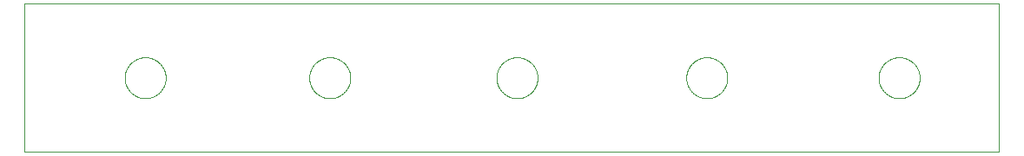
<source format=gko>
G75*
%MOIN*%
%OFA0B0*%
%FSLAX25Y25*%
%IPPOS*%
%LPD*%
%AMOC8*
5,1,8,0,0,1.08239X$1,22.5*
%
%ADD10C,0.00197*%
%ADD11C,0.00000*%
D10*
X0001113Y0018936D02*
X0375129Y0018936D01*
X0375129Y0076022D01*
X0001113Y0076022D01*
X0001113Y0018936D01*
D11*
X0039498Y0047479D02*
X0039500Y0047672D01*
X0039507Y0047865D01*
X0039519Y0048058D01*
X0039536Y0048251D01*
X0039557Y0048443D01*
X0039583Y0048635D01*
X0039614Y0048825D01*
X0039649Y0049015D01*
X0039689Y0049204D01*
X0039734Y0049392D01*
X0039783Y0049579D01*
X0039837Y0049765D01*
X0039895Y0049949D01*
X0039958Y0050132D01*
X0040026Y0050313D01*
X0040097Y0050493D01*
X0040174Y0050670D01*
X0040254Y0050846D01*
X0040339Y0051020D01*
X0040428Y0051191D01*
X0040521Y0051361D01*
X0040618Y0051528D01*
X0040720Y0051692D01*
X0040825Y0051854D01*
X0040935Y0052013D01*
X0041048Y0052170D01*
X0041165Y0052324D01*
X0041286Y0052475D01*
X0041410Y0052623D01*
X0041538Y0052768D01*
X0041670Y0052909D01*
X0041805Y0053047D01*
X0041943Y0053182D01*
X0042084Y0053314D01*
X0042229Y0053442D01*
X0042377Y0053566D01*
X0042528Y0053687D01*
X0042682Y0053804D01*
X0042839Y0053917D01*
X0042998Y0054027D01*
X0043160Y0054132D01*
X0043324Y0054234D01*
X0043491Y0054331D01*
X0043661Y0054424D01*
X0043832Y0054513D01*
X0044006Y0054598D01*
X0044182Y0054678D01*
X0044359Y0054755D01*
X0044539Y0054826D01*
X0044720Y0054894D01*
X0044903Y0054957D01*
X0045087Y0055015D01*
X0045273Y0055069D01*
X0045460Y0055118D01*
X0045648Y0055163D01*
X0045837Y0055203D01*
X0046027Y0055238D01*
X0046217Y0055269D01*
X0046409Y0055295D01*
X0046601Y0055316D01*
X0046794Y0055333D01*
X0046987Y0055345D01*
X0047180Y0055352D01*
X0047373Y0055354D01*
X0047566Y0055352D01*
X0047759Y0055345D01*
X0047952Y0055333D01*
X0048145Y0055316D01*
X0048337Y0055295D01*
X0048529Y0055269D01*
X0048719Y0055238D01*
X0048909Y0055203D01*
X0049098Y0055163D01*
X0049286Y0055118D01*
X0049473Y0055069D01*
X0049659Y0055015D01*
X0049843Y0054957D01*
X0050026Y0054894D01*
X0050207Y0054826D01*
X0050387Y0054755D01*
X0050564Y0054678D01*
X0050740Y0054598D01*
X0050914Y0054513D01*
X0051085Y0054424D01*
X0051255Y0054331D01*
X0051422Y0054234D01*
X0051586Y0054132D01*
X0051748Y0054027D01*
X0051907Y0053917D01*
X0052064Y0053804D01*
X0052218Y0053687D01*
X0052369Y0053566D01*
X0052517Y0053442D01*
X0052662Y0053314D01*
X0052803Y0053182D01*
X0052941Y0053047D01*
X0053076Y0052909D01*
X0053208Y0052768D01*
X0053336Y0052623D01*
X0053460Y0052475D01*
X0053581Y0052324D01*
X0053698Y0052170D01*
X0053811Y0052013D01*
X0053921Y0051854D01*
X0054026Y0051692D01*
X0054128Y0051528D01*
X0054225Y0051361D01*
X0054318Y0051191D01*
X0054407Y0051020D01*
X0054492Y0050846D01*
X0054572Y0050670D01*
X0054649Y0050493D01*
X0054720Y0050313D01*
X0054788Y0050132D01*
X0054851Y0049949D01*
X0054909Y0049765D01*
X0054963Y0049579D01*
X0055012Y0049392D01*
X0055057Y0049204D01*
X0055097Y0049015D01*
X0055132Y0048825D01*
X0055163Y0048635D01*
X0055189Y0048443D01*
X0055210Y0048251D01*
X0055227Y0048058D01*
X0055239Y0047865D01*
X0055246Y0047672D01*
X0055248Y0047479D01*
X0055246Y0047286D01*
X0055239Y0047093D01*
X0055227Y0046900D01*
X0055210Y0046707D01*
X0055189Y0046515D01*
X0055163Y0046323D01*
X0055132Y0046133D01*
X0055097Y0045943D01*
X0055057Y0045754D01*
X0055012Y0045566D01*
X0054963Y0045379D01*
X0054909Y0045193D01*
X0054851Y0045009D01*
X0054788Y0044826D01*
X0054720Y0044645D01*
X0054649Y0044465D01*
X0054572Y0044288D01*
X0054492Y0044112D01*
X0054407Y0043938D01*
X0054318Y0043767D01*
X0054225Y0043597D01*
X0054128Y0043430D01*
X0054026Y0043266D01*
X0053921Y0043104D01*
X0053811Y0042945D01*
X0053698Y0042788D01*
X0053581Y0042634D01*
X0053460Y0042483D01*
X0053336Y0042335D01*
X0053208Y0042190D01*
X0053076Y0042049D01*
X0052941Y0041911D01*
X0052803Y0041776D01*
X0052662Y0041644D01*
X0052517Y0041516D01*
X0052369Y0041392D01*
X0052218Y0041271D01*
X0052064Y0041154D01*
X0051907Y0041041D01*
X0051748Y0040931D01*
X0051586Y0040826D01*
X0051422Y0040724D01*
X0051255Y0040627D01*
X0051085Y0040534D01*
X0050914Y0040445D01*
X0050740Y0040360D01*
X0050564Y0040280D01*
X0050387Y0040203D01*
X0050207Y0040132D01*
X0050026Y0040064D01*
X0049843Y0040001D01*
X0049659Y0039943D01*
X0049473Y0039889D01*
X0049286Y0039840D01*
X0049098Y0039795D01*
X0048909Y0039755D01*
X0048719Y0039720D01*
X0048529Y0039689D01*
X0048337Y0039663D01*
X0048145Y0039642D01*
X0047952Y0039625D01*
X0047759Y0039613D01*
X0047566Y0039606D01*
X0047373Y0039604D01*
X0047180Y0039606D01*
X0046987Y0039613D01*
X0046794Y0039625D01*
X0046601Y0039642D01*
X0046409Y0039663D01*
X0046217Y0039689D01*
X0046027Y0039720D01*
X0045837Y0039755D01*
X0045648Y0039795D01*
X0045460Y0039840D01*
X0045273Y0039889D01*
X0045087Y0039943D01*
X0044903Y0040001D01*
X0044720Y0040064D01*
X0044539Y0040132D01*
X0044359Y0040203D01*
X0044182Y0040280D01*
X0044006Y0040360D01*
X0043832Y0040445D01*
X0043661Y0040534D01*
X0043491Y0040627D01*
X0043324Y0040724D01*
X0043160Y0040826D01*
X0042998Y0040931D01*
X0042839Y0041041D01*
X0042682Y0041154D01*
X0042528Y0041271D01*
X0042377Y0041392D01*
X0042229Y0041516D01*
X0042084Y0041644D01*
X0041943Y0041776D01*
X0041805Y0041911D01*
X0041670Y0042049D01*
X0041538Y0042190D01*
X0041410Y0042335D01*
X0041286Y0042483D01*
X0041165Y0042634D01*
X0041048Y0042788D01*
X0040935Y0042945D01*
X0040825Y0043104D01*
X0040720Y0043266D01*
X0040618Y0043430D01*
X0040521Y0043597D01*
X0040428Y0043767D01*
X0040339Y0043938D01*
X0040254Y0044112D01*
X0040174Y0044288D01*
X0040097Y0044465D01*
X0040026Y0044645D01*
X0039958Y0044826D01*
X0039895Y0045009D01*
X0039837Y0045193D01*
X0039783Y0045379D01*
X0039734Y0045566D01*
X0039689Y0045754D01*
X0039649Y0045943D01*
X0039614Y0046133D01*
X0039583Y0046323D01*
X0039557Y0046515D01*
X0039536Y0046707D01*
X0039519Y0046900D01*
X0039507Y0047093D01*
X0039500Y0047286D01*
X0039498Y0047479D01*
X0110364Y0047479D02*
X0110366Y0047672D01*
X0110373Y0047865D01*
X0110385Y0048058D01*
X0110402Y0048251D01*
X0110423Y0048443D01*
X0110449Y0048635D01*
X0110480Y0048825D01*
X0110515Y0049015D01*
X0110555Y0049204D01*
X0110600Y0049392D01*
X0110649Y0049579D01*
X0110703Y0049765D01*
X0110761Y0049949D01*
X0110824Y0050132D01*
X0110892Y0050313D01*
X0110963Y0050493D01*
X0111040Y0050670D01*
X0111120Y0050846D01*
X0111205Y0051020D01*
X0111294Y0051191D01*
X0111387Y0051361D01*
X0111484Y0051528D01*
X0111586Y0051692D01*
X0111691Y0051854D01*
X0111801Y0052013D01*
X0111914Y0052170D01*
X0112031Y0052324D01*
X0112152Y0052475D01*
X0112276Y0052623D01*
X0112404Y0052768D01*
X0112536Y0052909D01*
X0112671Y0053047D01*
X0112809Y0053182D01*
X0112950Y0053314D01*
X0113095Y0053442D01*
X0113243Y0053566D01*
X0113394Y0053687D01*
X0113548Y0053804D01*
X0113705Y0053917D01*
X0113864Y0054027D01*
X0114026Y0054132D01*
X0114190Y0054234D01*
X0114357Y0054331D01*
X0114527Y0054424D01*
X0114698Y0054513D01*
X0114872Y0054598D01*
X0115048Y0054678D01*
X0115225Y0054755D01*
X0115405Y0054826D01*
X0115586Y0054894D01*
X0115769Y0054957D01*
X0115953Y0055015D01*
X0116139Y0055069D01*
X0116326Y0055118D01*
X0116514Y0055163D01*
X0116703Y0055203D01*
X0116893Y0055238D01*
X0117083Y0055269D01*
X0117275Y0055295D01*
X0117467Y0055316D01*
X0117660Y0055333D01*
X0117853Y0055345D01*
X0118046Y0055352D01*
X0118239Y0055354D01*
X0118432Y0055352D01*
X0118625Y0055345D01*
X0118818Y0055333D01*
X0119011Y0055316D01*
X0119203Y0055295D01*
X0119395Y0055269D01*
X0119585Y0055238D01*
X0119775Y0055203D01*
X0119964Y0055163D01*
X0120152Y0055118D01*
X0120339Y0055069D01*
X0120525Y0055015D01*
X0120709Y0054957D01*
X0120892Y0054894D01*
X0121073Y0054826D01*
X0121253Y0054755D01*
X0121430Y0054678D01*
X0121606Y0054598D01*
X0121780Y0054513D01*
X0121951Y0054424D01*
X0122121Y0054331D01*
X0122288Y0054234D01*
X0122452Y0054132D01*
X0122614Y0054027D01*
X0122773Y0053917D01*
X0122930Y0053804D01*
X0123084Y0053687D01*
X0123235Y0053566D01*
X0123383Y0053442D01*
X0123528Y0053314D01*
X0123669Y0053182D01*
X0123807Y0053047D01*
X0123942Y0052909D01*
X0124074Y0052768D01*
X0124202Y0052623D01*
X0124326Y0052475D01*
X0124447Y0052324D01*
X0124564Y0052170D01*
X0124677Y0052013D01*
X0124787Y0051854D01*
X0124892Y0051692D01*
X0124994Y0051528D01*
X0125091Y0051361D01*
X0125184Y0051191D01*
X0125273Y0051020D01*
X0125358Y0050846D01*
X0125438Y0050670D01*
X0125515Y0050493D01*
X0125586Y0050313D01*
X0125654Y0050132D01*
X0125717Y0049949D01*
X0125775Y0049765D01*
X0125829Y0049579D01*
X0125878Y0049392D01*
X0125923Y0049204D01*
X0125963Y0049015D01*
X0125998Y0048825D01*
X0126029Y0048635D01*
X0126055Y0048443D01*
X0126076Y0048251D01*
X0126093Y0048058D01*
X0126105Y0047865D01*
X0126112Y0047672D01*
X0126114Y0047479D01*
X0126112Y0047286D01*
X0126105Y0047093D01*
X0126093Y0046900D01*
X0126076Y0046707D01*
X0126055Y0046515D01*
X0126029Y0046323D01*
X0125998Y0046133D01*
X0125963Y0045943D01*
X0125923Y0045754D01*
X0125878Y0045566D01*
X0125829Y0045379D01*
X0125775Y0045193D01*
X0125717Y0045009D01*
X0125654Y0044826D01*
X0125586Y0044645D01*
X0125515Y0044465D01*
X0125438Y0044288D01*
X0125358Y0044112D01*
X0125273Y0043938D01*
X0125184Y0043767D01*
X0125091Y0043597D01*
X0124994Y0043430D01*
X0124892Y0043266D01*
X0124787Y0043104D01*
X0124677Y0042945D01*
X0124564Y0042788D01*
X0124447Y0042634D01*
X0124326Y0042483D01*
X0124202Y0042335D01*
X0124074Y0042190D01*
X0123942Y0042049D01*
X0123807Y0041911D01*
X0123669Y0041776D01*
X0123528Y0041644D01*
X0123383Y0041516D01*
X0123235Y0041392D01*
X0123084Y0041271D01*
X0122930Y0041154D01*
X0122773Y0041041D01*
X0122614Y0040931D01*
X0122452Y0040826D01*
X0122288Y0040724D01*
X0122121Y0040627D01*
X0121951Y0040534D01*
X0121780Y0040445D01*
X0121606Y0040360D01*
X0121430Y0040280D01*
X0121253Y0040203D01*
X0121073Y0040132D01*
X0120892Y0040064D01*
X0120709Y0040001D01*
X0120525Y0039943D01*
X0120339Y0039889D01*
X0120152Y0039840D01*
X0119964Y0039795D01*
X0119775Y0039755D01*
X0119585Y0039720D01*
X0119395Y0039689D01*
X0119203Y0039663D01*
X0119011Y0039642D01*
X0118818Y0039625D01*
X0118625Y0039613D01*
X0118432Y0039606D01*
X0118239Y0039604D01*
X0118046Y0039606D01*
X0117853Y0039613D01*
X0117660Y0039625D01*
X0117467Y0039642D01*
X0117275Y0039663D01*
X0117083Y0039689D01*
X0116893Y0039720D01*
X0116703Y0039755D01*
X0116514Y0039795D01*
X0116326Y0039840D01*
X0116139Y0039889D01*
X0115953Y0039943D01*
X0115769Y0040001D01*
X0115586Y0040064D01*
X0115405Y0040132D01*
X0115225Y0040203D01*
X0115048Y0040280D01*
X0114872Y0040360D01*
X0114698Y0040445D01*
X0114527Y0040534D01*
X0114357Y0040627D01*
X0114190Y0040724D01*
X0114026Y0040826D01*
X0113864Y0040931D01*
X0113705Y0041041D01*
X0113548Y0041154D01*
X0113394Y0041271D01*
X0113243Y0041392D01*
X0113095Y0041516D01*
X0112950Y0041644D01*
X0112809Y0041776D01*
X0112671Y0041911D01*
X0112536Y0042049D01*
X0112404Y0042190D01*
X0112276Y0042335D01*
X0112152Y0042483D01*
X0112031Y0042634D01*
X0111914Y0042788D01*
X0111801Y0042945D01*
X0111691Y0043104D01*
X0111586Y0043266D01*
X0111484Y0043430D01*
X0111387Y0043597D01*
X0111294Y0043767D01*
X0111205Y0043938D01*
X0111120Y0044112D01*
X0111040Y0044288D01*
X0110963Y0044465D01*
X0110892Y0044645D01*
X0110824Y0044826D01*
X0110761Y0045009D01*
X0110703Y0045193D01*
X0110649Y0045379D01*
X0110600Y0045566D01*
X0110555Y0045754D01*
X0110515Y0045943D01*
X0110480Y0046133D01*
X0110449Y0046323D01*
X0110423Y0046515D01*
X0110402Y0046707D01*
X0110385Y0046900D01*
X0110373Y0047093D01*
X0110366Y0047286D01*
X0110364Y0047479D01*
X0182214Y0047479D02*
X0182216Y0047672D01*
X0182223Y0047865D01*
X0182235Y0048058D01*
X0182252Y0048251D01*
X0182273Y0048443D01*
X0182299Y0048635D01*
X0182330Y0048825D01*
X0182365Y0049015D01*
X0182405Y0049204D01*
X0182450Y0049392D01*
X0182499Y0049579D01*
X0182553Y0049765D01*
X0182611Y0049949D01*
X0182674Y0050132D01*
X0182742Y0050313D01*
X0182813Y0050493D01*
X0182890Y0050670D01*
X0182970Y0050846D01*
X0183055Y0051020D01*
X0183144Y0051191D01*
X0183237Y0051361D01*
X0183334Y0051528D01*
X0183436Y0051692D01*
X0183541Y0051854D01*
X0183651Y0052013D01*
X0183764Y0052170D01*
X0183881Y0052324D01*
X0184002Y0052475D01*
X0184126Y0052623D01*
X0184254Y0052768D01*
X0184386Y0052909D01*
X0184521Y0053047D01*
X0184659Y0053182D01*
X0184800Y0053314D01*
X0184945Y0053442D01*
X0185093Y0053566D01*
X0185244Y0053687D01*
X0185398Y0053804D01*
X0185555Y0053917D01*
X0185714Y0054027D01*
X0185876Y0054132D01*
X0186040Y0054234D01*
X0186207Y0054331D01*
X0186377Y0054424D01*
X0186548Y0054513D01*
X0186722Y0054598D01*
X0186898Y0054678D01*
X0187075Y0054755D01*
X0187255Y0054826D01*
X0187436Y0054894D01*
X0187619Y0054957D01*
X0187803Y0055015D01*
X0187989Y0055069D01*
X0188176Y0055118D01*
X0188364Y0055163D01*
X0188553Y0055203D01*
X0188743Y0055238D01*
X0188933Y0055269D01*
X0189125Y0055295D01*
X0189317Y0055316D01*
X0189510Y0055333D01*
X0189703Y0055345D01*
X0189896Y0055352D01*
X0190089Y0055354D01*
X0190282Y0055352D01*
X0190475Y0055345D01*
X0190668Y0055333D01*
X0190861Y0055316D01*
X0191053Y0055295D01*
X0191245Y0055269D01*
X0191435Y0055238D01*
X0191625Y0055203D01*
X0191814Y0055163D01*
X0192002Y0055118D01*
X0192189Y0055069D01*
X0192375Y0055015D01*
X0192559Y0054957D01*
X0192742Y0054894D01*
X0192923Y0054826D01*
X0193103Y0054755D01*
X0193280Y0054678D01*
X0193456Y0054598D01*
X0193630Y0054513D01*
X0193801Y0054424D01*
X0193971Y0054331D01*
X0194138Y0054234D01*
X0194302Y0054132D01*
X0194464Y0054027D01*
X0194623Y0053917D01*
X0194780Y0053804D01*
X0194934Y0053687D01*
X0195085Y0053566D01*
X0195233Y0053442D01*
X0195378Y0053314D01*
X0195519Y0053182D01*
X0195657Y0053047D01*
X0195792Y0052909D01*
X0195924Y0052768D01*
X0196052Y0052623D01*
X0196176Y0052475D01*
X0196297Y0052324D01*
X0196414Y0052170D01*
X0196527Y0052013D01*
X0196637Y0051854D01*
X0196742Y0051692D01*
X0196844Y0051528D01*
X0196941Y0051361D01*
X0197034Y0051191D01*
X0197123Y0051020D01*
X0197208Y0050846D01*
X0197288Y0050670D01*
X0197365Y0050493D01*
X0197436Y0050313D01*
X0197504Y0050132D01*
X0197567Y0049949D01*
X0197625Y0049765D01*
X0197679Y0049579D01*
X0197728Y0049392D01*
X0197773Y0049204D01*
X0197813Y0049015D01*
X0197848Y0048825D01*
X0197879Y0048635D01*
X0197905Y0048443D01*
X0197926Y0048251D01*
X0197943Y0048058D01*
X0197955Y0047865D01*
X0197962Y0047672D01*
X0197964Y0047479D01*
X0197962Y0047286D01*
X0197955Y0047093D01*
X0197943Y0046900D01*
X0197926Y0046707D01*
X0197905Y0046515D01*
X0197879Y0046323D01*
X0197848Y0046133D01*
X0197813Y0045943D01*
X0197773Y0045754D01*
X0197728Y0045566D01*
X0197679Y0045379D01*
X0197625Y0045193D01*
X0197567Y0045009D01*
X0197504Y0044826D01*
X0197436Y0044645D01*
X0197365Y0044465D01*
X0197288Y0044288D01*
X0197208Y0044112D01*
X0197123Y0043938D01*
X0197034Y0043767D01*
X0196941Y0043597D01*
X0196844Y0043430D01*
X0196742Y0043266D01*
X0196637Y0043104D01*
X0196527Y0042945D01*
X0196414Y0042788D01*
X0196297Y0042634D01*
X0196176Y0042483D01*
X0196052Y0042335D01*
X0195924Y0042190D01*
X0195792Y0042049D01*
X0195657Y0041911D01*
X0195519Y0041776D01*
X0195378Y0041644D01*
X0195233Y0041516D01*
X0195085Y0041392D01*
X0194934Y0041271D01*
X0194780Y0041154D01*
X0194623Y0041041D01*
X0194464Y0040931D01*
X0194302Y0040826D01*
X0194138Y0040724D01*
X0193971Y0040627D01*
X0193801Y0040534D01*
X0193630Y0040445D01*
X0193456Y0040360D01*
X0193280Y0040280D01*
X0193103Y0040203D01*
X0192923Y0040132D01*
X0192742Y0040064D01*
X0192559Y0040001D01*
X0192375Y0039943D01*
X0192189Y0039889D01*
X0192002Y0039840D01*
X0191814Y0039795D01*
X0191625Y0039755D01*
X0191435Y0039720D01*
X0191245Y0039689D01*
X0191053Y0039663D01*
X0190861Y0039642D01*
X0190668Y0039625D01*
X0190475Y0039613D01*
X0190282Y0039606D01*
X0190089Y0039604D01*
X0189896Y0039606D01*
X0189703Y0039613D01*
X0189510Y0039625D01*
X0189317Y0039642D01*
X0189125Y0039663D01*
X0188933Y0039689D01*
X0188743Y0039720D01*
X0188553Y0039755D01*
X0188364Y0039795D01*
X0188176Y0039840D01*
X0187989Y0039889D01*
X0187803Y0039943D01*
X0187619Y0040001D01*
X0187436Y0040064D01*
X0187255Y0040132D01*
X0187075Y0040203D01*
X0186898Y0040280D01*
X0186722Y0040360D01*
X0186548Y0040445D01*
X0186377Y0040534D01*
X0186207Y0040627D01*
X0186040Y0040724D01*
X0185876Y0040826D01*
X0185714Y0040931D01*
X0185555Y0041041D01*
X0185398Y0041154D01*
X0185244Y0041271D01*
X0185093Y0041392D01*
X0184945Y0041516D01*
X0184800Y0041644D01*
X0184659Y0041776D01*
X0184521Y0041911D01*
X0184386Y0042049D01*
X0184254Y0042190D01*
X0184126Y0042335D01*
X0184002Y0042483D01*
X0183881Y0042634D01*
X0183764Y0042788D01*
X0183651Y0042945D01*
X0183541Y0043104D01*
X0183436Y0043266D01*
X0183334Y0043430D01*
X0183237Y0043597D01*
X0183144Y0043767D01*
X0183055Y0043938D01*
X0182970Y0044112D01*
X0182890Y0044288D01*
X0182813Y0044465D01*
X0182742Y0044645D01*
X0182674Y0044826D01*
X0182611Y0045009D01*
X0182553Y0045193D01*
X0182499Y0045379D01*
X0182450Y0045566D01*
X0182405Y0045754D01*
X0182365Y0045943D01*
X0182330Y0046133D01*
X0182299Y0046323D01*
X0182273Y0046515D01*
X0182252Y0046707D01*
X0182235Y0046900D01*
X0182223Y0047093D01*
X0182216Y0047286D01*
X0182214Y0047479D01*
X0255049Y0047479D02*
X0255051Y0047672D01*
X0255058Y0047865D01*
X0255070Y0048058D01*
X0255087Y0048251D01*
X0255108Y0048443D01*
X0255134Y0048635D01*
X0255165Y0048825D01*
X0255200Y0049015D01*
X0255240Y0049204D01*
X0255285Y0049392D01*
X0255334Y0049579D01*
X0255388Y0049765D01*
X0255446Y0049949D01*
X0255509Y0050132D01*
X0255577Y0050313D01*
X0255648Y0050493D01*
X0255725Y0050670D01*
X0255805Y0050846D01*
X0255890Y0051020D01*
X0255979Y0051191D01*
X0256072Y0051361D01*
X0256169Y0051528D01*
X0256271Y0051692D01*
X0256376Y0051854D01*
X0256486Y0052013D01*
X0256599Y0052170D01*
X0256716Y0052324D01*
X0256837Y0052475D01*
X0256961Y0052623D01*
X0257089Y0052768D01*
X0257221Y0052909D01*
X0257356Y0053047D01*
X0257494Y0053182D01*
X0257635Y0053314D01*
X0257780Y0053442D01*
X0257928Y0053566D01*
X0258079Y0053687D01*
X0258233Y0053804D01*
X0258390Y0053917D01*
X0258549Y0054027D01*
X0258711Y0054132D01*
X0258875Y0054234D01*
X0259042Y0054331D01*
X0259212Y0054424D01*
X0259383Y0054513D01*
X0259557Y0054598D01*
X0259733Y0054678D01*
X0259910Y0054755D01*
X0260090Y0054826D01*
X0260271Y0054894D01*
X0260454Y0054957D01*
X0260638Y0055015D01*
X0260824Y0055069D01*
X0261011Y0055118D01*
X0261199Y0055163D01*
X0261388Y0055203D01*
X0261578Y0055238D01*
X0261768Y0055269D01*
X0261960Y0055295D01*
X0262152Y0055316D01*
X0262345Y0055333D01*
X0262538Y0055345D01*
X0262731Y0055352D01*
X0262924Y0055354D01*
X0263117Y0055352D01*
X0263310Y0055345D01*
X0263503Y0055333D01*
X0263696Y0055316D01*
X0263888Y0055295D01*
X0264080Y0055269D01*
X0264270Y0055238D01*
X0264460Y0055203D01*
X0264649Y0055163D01*
X0264837Y0055118D01*
X0265024Y0055069D01*
X0265210Y0055015D01*
X0265394Y0054957D01*
X0265577Y0054894D01*
X0265758Y0054826D01*
X0265938Y0054755D01*
X0266115Y0054678D01*
X0266291Y0054598D01*
X0266465Y0054513D01*
X0266636Y0054424D01*
X0266806Y0054331D01*
X0266973Y0054234D01*
X0267137Y0054132D01*
X0267299Y0054027D01*
X0267458Y0053917D01*
X0267615Y0053804D01*
X0267769Y0053687D01*
X0267920Y0053566D01*
X0268068Y0053442D01*
X0268213Y0053314D01*
X0268354Y0053182D01*
X0268492Y0053047D01*
X0268627Y0052909D01*
X0268759Y0052768D01*
X0268887Y0052623D01*
X0269011Y0052475D01*
X0269132Y0052324D01*
X0269249Y0052170D01*
X0269362Y0052013D01*
X0269472Y0051854D01*
X0269577Y0051692D01*
X0269679Y0051528D01*
X0269776Y0051361D01*
X0269869Y0051191D01*
X0269958Y0051020D01*
X0270043Y0050846D01*
X0270123Y0050670D01*
X0270200Y0050493D01*
X0270271Y0050313D01*
X0270339Y0050132D01*
X0270402Y0049949D01*
X0270460Y0049765D01*
X0270514Y0049579D01*
X0270563Y0049392D01*
X0270608Y0049204D01*
X0270648Y0049015D01*
X0270683Y0048825D01*
X0270714Y0048635D01*
X0270740Y0048443D01*
X0270761Y0048251D01*
X0270778Y0048058D01*
X0270790Y0047865D01*
X0270797Y0047672D01*
X0270799Y0047479D01*
X0270797Y0047286D01*
X0270790Y0047093D01*
X0270778Y0046900D01*
X0270761Y0046707D01*
X0270740Y0046515D01*
X0270714Y0046323D01*
X0270683Y0046133D01*
X0270648Y0045943D01*
X0270608Y0045754D01*
X0270563Y0045566D01*
X0270514Y0045379D01*
X0270460Y0045193D01*
X0270402Y0045009D01*
X0270339Y0044826D01*
X0270271Y0044645D01*
X0270200Y0044465D01*
X0270123Y0044288D01*
X0270043Y0044112D01*
X0269958Y0043938D01*
X0269869Y0043767D01*
X0269776Y0043597D01*
X0269679Y0043430D01*
X0269577Y0043266D01*
X0269472Y0043104D01*
X0269362Y0042945D01*
X0269249Y0042788D01*
X0269132Y0042634D01*
X0269011Y0042483D01*
X0268887Y0042335D01*
X0268759Y0042190D01*
X0268627Y0042049D01*
X0268492Y0041911D01*
X0268354Y0041776D01*
X0268213Y0041644D01*
X0268068Y0041516D01*
X0267920Y0041392D01*
X0267769Y0041271D01*
X0267615Y0041154D01*
X0267458Y0041041D01*
X0267299Y0040931D01*
X0267137Y0040826D01*
X0266973Y0040724D01*
X0266806Y0040627D01*
X0266636Y0040534D01*
X0266465Y0040445D01*
X0266291Y0040360D01*
X0266115Y0040280D01*
X0265938Y0040203D01*
X0265758Y0040132D01*
X0265577Y0040064D01*
X0265394Y0040001D01*
X0265210Y0039943D01*
X0265024Y0039889D01*
X0264837Y0039840D01*
X0264649Y0039795D01*
X0264460Y0039755D01*
X0264270Y0039720D01*
X0264080Y0039689D01*
X0263888Y0039663D01*
X0263696Y0039642D01*
X0263503Y0039625D01*
X0263310Y0039613D01*
X0263117Y0039606D01*
X0262924Y0039604D01*
X0262731Y0039606D01*
X0262538Y0039613D01*
X0262345Y0039625D01*
X0262152Y0039642D01*
X0261960Y0039663D01*
X0261768Y0039689D01*
X0261578Y0039720D01*
X0261388Y0039755D01*
X0261199Y0039795D01*
X0261011Y0039840D01*
X0260824Y0039889D01*
X0260638Y0039943D01*
X0260454Y0040001D01*
X0260271Y0040064D01*
X0260090Y0040132D01*
X0259910Y0040203D01*
X0259733Y0040280D01*
X0259557Y0040360D01*
X0259383Y0040445D01*
X0259212Y0040534D01*
X0259042Y0040627D01*
X0258875Y0040724D01*
X0258711Y0040826D01*
X0258549Y0040931D01*
X0258390Y0041041D01*
X0258233Y0041154D01*
X0258079Y0041271D01*
X0257928Y0041392D01*
X0257780Y0041516D01*
X0257635Y0041644D01*
X0257494Y0041776D01*
X0257356Y0041911D01*
X0257221Y0042049D01*
X0257089Y0042190D01*
X0256961Y0042335D01*
X0256837Y0042483D01*
X0256716Y0042634D01*
X0256599Y0042788D01*
X0256486Y0042945D01*
X0256376Y0043104D01*
X0256271Y0043266D01*
X0256169Y0043430D01*
X0256072Y0043597D01*
X0255979Y0043767D01*
X0255890Y0043938D01*
X0255805Y0044112D01*
X0255725Y0044288D01*
X0255648Y0044465D01*
X0255577Y0044645D01*
X0255509Y0044826D01*
X0255446Y0045009D01*
X0255388Y0045193D01*
X0255334Y0045379D01*
X0255285Y0045566D01*
X0255240Y0045754D01*
X0255200Y0045943D01*
X0255165Y0046133D01*
X0255134Y0046323D01*
X0255108Y0046515D01*
X0255087Y0046707D01*
X0255070Y0046900D01*
X0255058Y0047093D01*
X0255051Y0047286D01*
X0255049Y0047479D01*
X0328868Y0047479D02*
X0328870Y0047672D01*
X0328877Y0047865D01*
X0328889Y0048058D01*
X0328906Y0048251D01*
X0328927Y0048443D01*
X0328953Y0048635D01*
X0328984Y0048825D01*
X0329019Y0049015D01*
X0329059Y0049204D01*
X0329104Y0049392D01*
X0329153Y0049579D01*
X0329207Y0049765D01*
X0329265Y0049949D01*
X0329328Y0050132D01*
X0329396Y0050313D01*
X0329467Y0050493D01*
X0329544Y0050670D01*
X0329624Y0050846D01*
X0329709Y0051020D01*
X0329798Y0051191D01*
X0329891Y0051361D01*
X0329988Y0051528D01*
X0330090Y0051692D01*
X0330195Y0051854D01*
X0330305Y0052013D01*
X0330418Y0052170D01*
X0330535Y0052324D01*
X0330656Y0052475D01*
X0330780Y0052623D01*
X0330908Y0052768D01*
X0331040Y0052909D01*
X0331175Y0053047D01*
X0331313Y0053182D01*
X0331454Y0053314D01*
X0331599Y0053442D01*
X0331747Y0053566D01*
X0331898Y0053687D01*
X0332052Y0053804D01*
X0332209Y0053917D01*
X0332368Y0054027D01*
X0332530Y0054132D01*
X0332694Y0054234D01*
X0332861Y0054331D01*
X0333031Y0054424D01*
X0333202Y0054513D01*
X0333376Y0054598D01*
X0333552Y0054678D01*
X0333729Y0054755D01*
X0333909Y0054826D01*
X0334090Y0054894D01*
X0334273Y0054957D01*
X0334457Y0055015D01*
X0334643Y0055069D01*
X0334830Y0055118D01*
X0335018Y0055163D01*
X0335207Y0055203D01*
X0335397Y0055238D01*
X0335587Y0055269D01*
X0335779Y0055295D01*
X0335971Y0055316D01*
X0336164Y0055333D01*
X0336357Y0055345D01*
X0336550Y0055352D01*
X0336743Y0055354D01*
X0336936Y0055352D01*
X0337129Y0055345D01*
X0337322Y0055333D01*
X0337515Y0055316D01*
X0337707Y0055295D01*
X0337899Y0055269D01*
X0338089Y0055238D01*
X0338279Y0055203D01*
X0338468Y0055163D01*
X0338656Y0055118D01*
X0338843Y0055069D01*
X0339029Y0055015D01*
X0339213Y0054957D01*
X0339396Y0054894D01*
X0339577Y0054826D01*
X0339757Y0054755D01*
X0339934Y0054678D01*
X0340110Y0054598D01*
X0340284Y0054513D01*
X0340455Y0054424D01*
X0340625Y0054331D01*
X0340792Y0054234D01*
X0340956Y0054132D01*
X0341118Y0054027D01*
X0341277Y0053917D01*
X0341434Y0053804D01*
X0341588Y0053687D01*
X0341739Y0053566D01*
X0341887Y0053442D01*
X0342032Y0053314D01*
X0342173Y0053182D01*
X0342311Y0053047D01*
X0342446Y0052909D01*
X0342578Y0052768D01*
X0342706Y0052623D01*
X0342830Y0052475D01*
X0342951Y0052324D01*
X0343068Y0052170D01*
X0343181Y0052013D01*
X0343291Y0051854D01*
X0343396Y0051692D01*
X0343498Y0051528D01*
X0343595Y0051361D01*
X0343688Y0051191D01*
X0343777Y0051020D01*
X0343862Y0050846D01*
X0343942Y0050670D01*
X0344019Y0050493D01*
X0344090Y0050313D01*
X0344158Y0050132D01*
X0344221Y0049949D01*
X0344279Y0049765D01*
X0344333Y0049579D01*
X0344382Y0049392D01*
X0344427Y0049204D01*
X0344467Y0049015D01*
X0344502Y0048825D01*
X0344533Y0048635D01*
X0344559Y0048443D01*
X0344580Y0048251D01*
X0344597Y0048058D01*
X0344609Y0047865D01*
X0344616Y0047672D01*
X0344618Y0047479D01*
X0344616Y0047286D01*
X0344609Y0047093D01*
X0344597Y0046900D01*
X0344580Y0046707D01*
X0344559Y0046515D01*
X0344533Y0046323D01*
X0344502Y0046133D01*
X0344467Y0045943D01*
X0344427Y0045754D01*
X0344382Y0045566D01*
X0344333Y0045379D01*
X0344279Y0045193D01*
X0344221Y0045009D01*
X0344158Y0044826D01*
X0344090Y0044645D01*
X0344019Y0044465D01*
X0343942Y0044288D01*
X0343862Y0044112D01*
X0343777Y0043938D01*
X0343688Y0043767D01*
X0343595Y0043597D01*
X0343498Y0043430D01*
X0343396Y0043266D01*
X0343291Y0043104D01*
X0343181Y0042945D01*
X0343068Y0042788D01*
X0342951Y0042634D01*
X0342830Y0042483D01*
X0342706Y0042335D01*
X0342578Y0042190D01*
X0342446Y0042049D01*
X0342311Y0041911D01*
X0342173Y0041776D01*
X0342032Y0041644D01*
X0341887Y0041516D01*
X0341739Y0041392D01*
X0341588Y0041271D01*
X0341434Y0041154D01*
X0341277Y0041041D01*
X0341118Y0040931D01*
X0340956Y0040826D01*
X0340792Y0040724D01*
X0340625Y0040627D01*
X0340455Y0040534D01*
X0340284Y0040445D01*
X0340110Y0040360D01*
X0339934Y0040280D01*
X0339757Y0040203D01*
X0339577Y0040132D01*
X0339396Y0040064D01*
X0339213Y0040001D01*
X0339029Y0039943D01*
X0338843Y0039889D01*
X0338656Y0039840D01*
X0338468Y0039795D01*
X0338279Y0039755D01*
X0338089Y0039720D01*
X0337899Y0039689D01*
X0337707Y0039663D01*
X0337515Y0039642D01*
X0337322Y0039625D01*
X0337129Y0039613D01*
X0336936Y0039606D01*
X0336743Y0039604D01*
X0336550Y0039606D01*
X0336357Y0039613D01*
X0336164Y0039625D01*
X0335971Y0039642D01*
X0335779Y0039663D01*
X0335587Y0039689D01*
X0335397Y0039720D01*
X0335207Y0039755D01*
X0335018Y0039795D01*
X0334830Y0039840D01*
X0334643Y0039889D01*
X0334457Y0039943D01*
X0334273Y0040001D01*
X0334090Y0040064D01*
X0333909Y0040132D01*
X0333729Y0040203D01*
X0333552Y0040280D01*
X0333376Y0040360D01*
X0333202Y0040445D01*
X0333031Y0040534D01*
X0332861Y0040627D01*
X0332694Y0040724D01*
X0332530Y0040826D01*
X0332368Y0040931D01*
X0332209Y0041041D01*
X0332052Y0041154D01*
X0331898Y0041271D01*
X0331747Y0041392D01*
X0331599Y0041516D01*
X0331454Y0041644D01*
X0331313Y0041776D01*
X0331175Y0041911D01*
X0331040Y0042049D01*
X0330908Y0042190D01*
X0330780Y0042335D01*
X0330656Y0042483D01*
X0330535Y0042634D01*
X0330418Y0042788D01*
X0330305Y0042945D01*
X0330195Y0043104D01*
X0330090Y0043266D01*
X0329988Y0043430D01*
X0329891Y0043597D01*
X0329798Y0043767D01*
X0329709Y0043938D01*
X0329624Y0044112D01*
X0329544Y0044288D01*
X0329467Y0044465D01*
X0329396Y0044645D01*
X0329328Y0044826D01*
X0329265Y0045009D01*
X0329207Y0045193D01*
X0329153Y0045379D01*
X0329104Y0045566D01*
X0329059Y0045754D01*
X0329019Y0045943D01*
X0328984Y0046133D01*
X0328953Y0046323D01*
X0328927Y0046515D01*
X0328906Y0046707D01*
X0328889Y0046900D01*
X0328877Y0047093D01*
X0328870Y0047286D01*
X0328868Y0047479D01*
M02*

</source>
